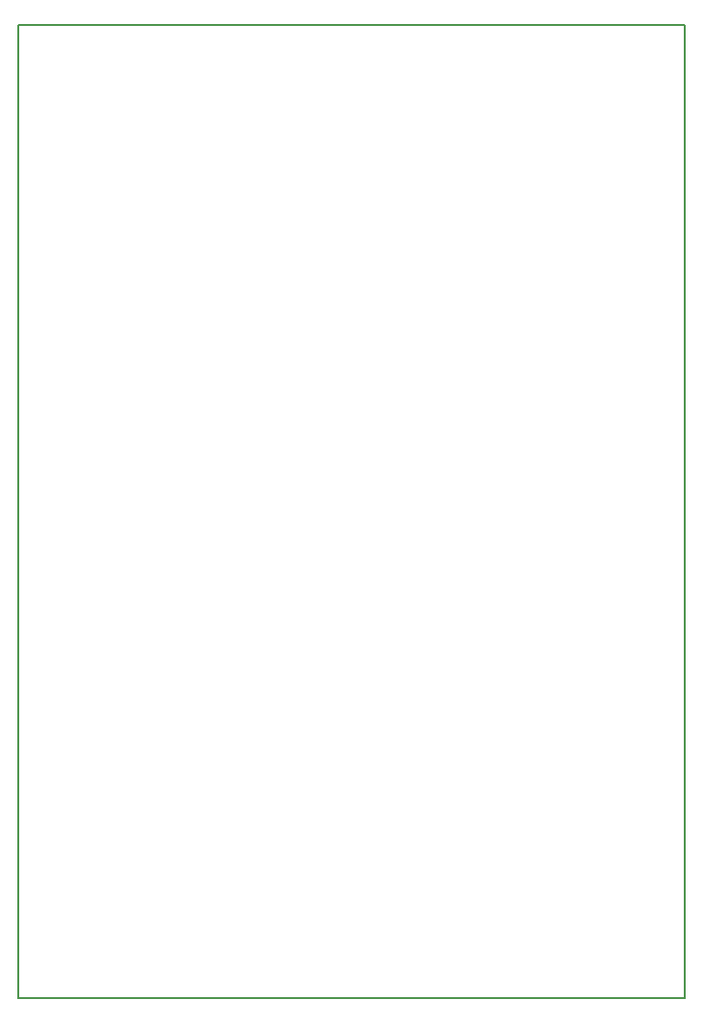
<source format=gm1>
G04 MADE WITH FRITZING*
G04 WWW.FRITZING.ORG*
G04 DOUBLE SIDED*
G04 HOLES PLATED*
G04 CONTOUR ON CENTER OF CONTOUR VECTOR*
%ASAXBY*%
%FSLAX23Y23*%
%MOIN*%
%OFA0B0*%
%SFA1.0B1.0*%
%ADD10R,2.322830X3.385830*%
%ADD11C,0.008000*%
%ADD10C,0.008*%
%LNCONTOUR*%
G90*
G70*
G54D10*
G54D11*
X4Y3382D02*
X2319Y3382D01*
X2319Y4D01*
X4Y4D01*
X4Y3382D01*
D02*
G04 End of contour*
M02*
</source>
